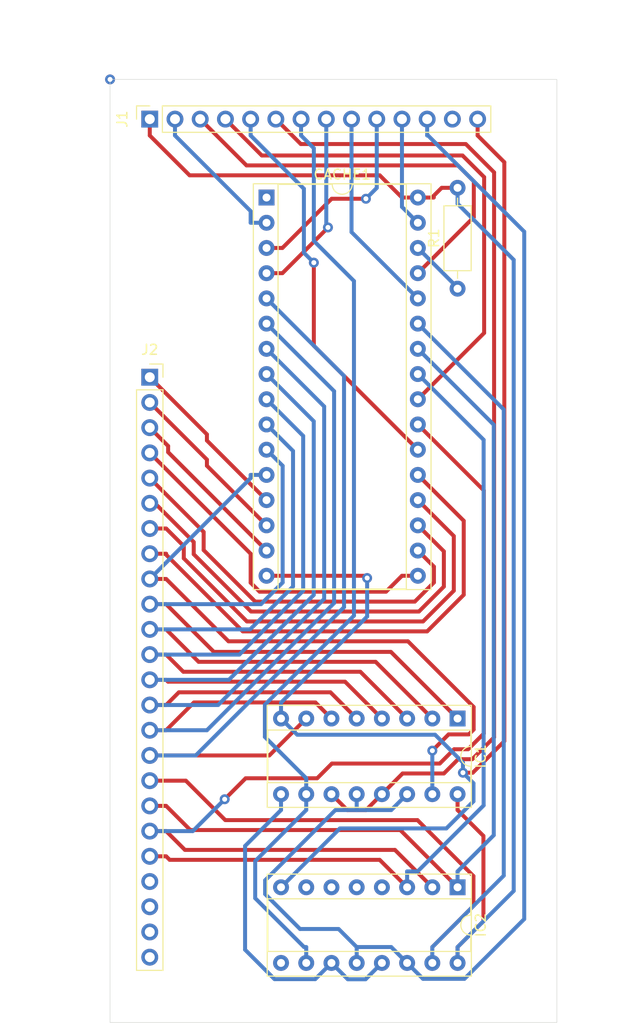
<source format=kicad_pcb>
(kicad_pcb (version 20221018) (generator pcbnew)
  (layers (0 "F.Cu" signal) (31 "B.Cu" signal) (34 "B.Paste" user) (35 "F.Paste" user) (36 "B.SilkS" user "B.Silkscreen") (37 "F.SilkS" user "F.Silkscreen") (38 "B.Mask" user) (39 "F.Mask" user) (44 "Edge.Cuts" user))
  (net 0 "")
  (net 2 "/IOCACHE-128K_ZXspectrum/CACHE_CONTROL.A16")
  (net 3 "/IOCACHE-128K_ZXspectrum/CACHE_SEL_2")
  (net 4 "/IOCACHE-128K_ZXspectrum/CACHE_SEL_0")
  (net 5 "/IOCACHE-128K_ZXspectrum/LOCAL_A7")
  (net 6 "/IOCACHE-128K_ZXspectrum/LOCAL_A6")
  (net 7 "/IOCACHE-128K_ZXspectrum/LOCAL_A5")
  (net 8 "/IOCACHE-128K_ZXspectrum/LOCAL_A4")
  (net 9 "/IOCACHE-128K_ZXspectrum/LOCAL_A3")
  (net 10 "/IOCACHE-128K_ZXspectrum/LOCAL_A2")
  (net 11 "/IOCACHE-128K_ZXspectrum/LOCAL_A1")
  (net 12 "/IOCACHE-128K_ZXspectrum/LOCAL_A0")
  (net 13 "/IOCACHE-128K_ZXspectrum/LOCAL_D0")
  (net 14 "/IOCACHE-128K_ZXspectrum/LOCAL_D1")
  (net 15 "/IOCACHE-128K_ZXspectrum/LOCAL_D2")
  (net 16 "GND")
  (net 17 "/IOCACHE-128K_ZXspectrum/LOCAL_D3")
  (net 18 "/IOCACHE-128K_ZXspectrum/LOCAL_D4")
  (net 19 "/IOCACHE-128K_ZXspectrum/LOCAL_D5")
  (net 20 "/IOCACHE-128K_ZXspectrum/LOCAL_D6")
  (net 21 "/IOCACHE-128K_ZXspectrum/LOCAL_D7")
  (net 22 "/IOCACHE-128K_ZXspectrum/CACHE_CONTROL.CS")
  (net 23 "/IOCACHE-128K_ZXspectrum/LOCAL_A10")
  (net 24 "/IOCACHE-128K_ZXspectrum/CACHE_CONTROL.OE")
  (net 25 "/IOCACHE-128K_ZXspectrum/LOCAL_A11")
  (net 26 "/IOCACHE-128K_ZXspectrum/LOCAL_A9")
  (net 27 "/IOCACHE-128K_ZXspectrum/LOCAL_A8")
  (net 28 "/IOCACHE-128K_ZXspectrum/CACHE_SEL_1")
  (net 29 "/IOCACHE-128K_ZXspectrum/CACHE_CONTROL.WE")
  (net 30 "/IOCACHE-128K_ZXspectrum/CACHE_CE2")
  (net 31 "/IOCACHE-128K_ZXspectrum/CACHE_SEL_3")
  (net 32 "+5V")
  (net 33 "Net-(IC1-~{RCO})")
  (net 34 "/IOCACHE-128K_ZXspectrum/Z80_HARDLOCK")
  (net 35 "/IOCACHE-128K_ZXspectrum/CACHE_CONTROL.DATASTATUS+PERM_Z80_IORQ")
  (net 36 "/IOCACHE-128K_ZXspectrum/CACHE_DATASTATUS")
  (net 43 "/IOCACHE-128K_ZXspectrum/LOCAL_A12")
  (net 44 "/IOCACHE-128K_ZXspectrum/LOCAL_A13")
  (net 45 "/IOCACHE-128K_ZXspectrum/LOCAL_A14")
  (net 46 "/IOCACHE-128K_ZXspectrum/LOCAL_A15")
  (footprint "Connector_PinSocket_2.54mm:PinSocket_1x14_P2.54mm_Vertical" (layer "F.Cu") (at 118 69 90)
    (fp_text reference "J1" (at 0 -2.77 90) (layer "F.SilkS"))
    (fp_text value "Conn_01x14_Socket")
    (fp_line (start -1.33 1.27) (end -1.33 34.35) (stroke (width 0.12)) (layer "F.SilkS"))
    (fp_line (start -1.33 1.27) (end 1.33 1.27) (stroke (width 0.12)) (layer "F.SilkS"))
    (fp_line (start -1.33 34.35) (end 1.33 34.35) (stroke (width 0.12)) (layer "F.SilkS"))
    (fp_line (start 0 -1.33) (end 1.33 -1.33) (stroke (width 0.12)) (layer "F.SilkS"))
    (fp_line (start 1.33 -1.33) (end 1.33 0) (stroke (width 0.12)) (layer "F.SilkS"))
    (fp_line (start 1.33 1.27) (end 1.33 34.35) (stroke (width 0.12)) (layer "F.SilkS"))
    (pad "1" thru_hole rect (at 0 0 90) (size 1.7 1.7) (drill 1) (layers "*.Cu" "*.Mask") (net 32 "+5V"))
    (pad "2" thru_hole oval (at 0 2.54 90) (size 1.7 1.7) (drill 1) (layers "*.Cu" "*.Mask") (net 2 "/IOCACHE-128K_ZXspectrum/CACHE_CONTROL.A16"))
    (pad "3" thru_hole oval (at 0 5.08 90) (size 1.7 1.7) (drill 1) (layers "*.Cu" "*.Mask") (net 29 "/IOCACHE-128K_ZXspectrum/CACHE_CONTROL.WE"))
    (pad "4" thru_hole oval (at 0 7.62 90) (size 1.7 1.7) (drill 1) (layers "*.Cu" "*.Mask") (net 24 "/IOCACHE-128K_ZXspectrum/CACHE_CONTROL.OE"))
    (pad "5" thru_hole oval (at 0 10.16 90) (size 1.7 1.7) (drill 1) (layers "*.Cu" "*.Mask") (net 22 "/IOCACHE-128K_ZXspectrum/CACHE_CONTROL.CS"))
    (pad "6" thru_hole oval (at 0 12.7 90) (size 1.7 1.7) (drill 1) (layers "*.Cu" "*.Mask") (net 35 "/IOCACHE-128K_ZXspectrum/CACHE_CONTROL.DATASTATUS+PERM_Z80_IORQ"))
    (pad "7" thru_hole oval (at 0 15.24 90) (size 1.7 1.7) (drill 1) (layers "*.Cu" "*.Mask") (net 34 "/IOCACHE-128K_ZXspectrum/Z80_HARDLOCK"))
    (pad "8" thru_hole oval (at 0 17.78 90) (size 1.7 1.7) (drill 1) (layers "*.Cu" "*.Mask") (net 4 "/IOCACHE-128K_ZXspectrum/CACHE_SEL_0"))
    (pad "9" thru_hole oval (at 0 20.32 90) (size 1.7 1.7) (drill 1) (layers "*.Cu" "*.Mask") (net 28 "/IOCACHE-128K_ZXspectrum/CACHE_SEL_1"))
    (pad "10" thru_hole oval (at 0 22.86 90) (size 1.7 1.7) (drill 1) (layers "*.Cu" "*.Mask") (net 3 "/IOCACHE-128K_ZXspectrum/CACHE_SEL_2"))
    (pad "11" thru_hole oval (at 0 25.4 90) (size 1.7 1.7) (drill 1) (layers "*.Cu" "*.Mask") (net 31 "/IOCACHE-128K_ZXspectrum/CACHE_SEL_3"))
    (pad "12" thru_hole oval (at 0 27.94 90) (size 1.7 1.7) (drill 1) (layers "*.Cu" "*.Mask") (net 36 "/IOCACHE-128K_ZXspectrum/CACHE_DATASTATUS"))
    (pad "13" thru_hole oval (at 0 30.48 90) (size 1.7 1.7) (drill 1) (layers "*.Cu" "*.Mask"))
    (pad "14" thru_hole oval (at 0 33.02 90) (size 1.7 1.7) (drill 1) (layers "*.Cu" "*.Mask") (net 16 "GND"))
  )
  (footprint "Package_DIP:DIP-16_W7.62mm_Socket" (layer "F.Cu") (at 149 129.38 -90)
    (fp_text reference "IC1" (at 3.81 -2.33 90) (layer "F.SilkS"))
    (fp_text value "74HC590N")
    (fp_line (start -1.33 -1.39) (end -1.33 19.17) (stroke (width 0.12)) (layer "F.SilkS"))
    (fp_line (start -1.33 19.17) (end 8.95 19.17) (stroke (width 0.12)) (layer "F.SilkS"))
    (fp_line (start 1.16 -1.33) (end 1.16 19.11) (stroke (width 0.12)) (layer "F.SilkS"))
    (fp_line (start 1.16 19.11) (end 6.46 19.11) (stroke (width 0.12)) (layer "F.SilkS"))
    (fp_line (start 2.81 -1.33) (end 1.16 -1.33) (stroke (width 0.12)) (layer "F.SilkS"))
    (fp_line (start 6.46 -1.33) (end 4.81 -1.33) (stroke (width 0.12)) (layer "F.SilkS"))
    (fp_line (start 6.46 19.11) (end 6.46 -1.33) (stroke (width 0.12)) (layer "F.SilkS"))
    (fp_line (start 8.95 -1.39) (end -1.33 -1.39) (stroke (width 0.12)) (layer "F.SilkS"))
    (fp_line (start 8.95 19.17) (end 8.95 -1.39) (stroke (width 0.12)) (layer "F.SilkS"))
    (fp_arc (start 4.81 -1.33) (mid 3.81 -0.33) (end 2.81 -1.33) (stroke (width 0.12)) (layer "F.SilkS"))
    (pad "1" thru_hole rect (at 0 0 270) (size 1.6 1.6) (drill 0.8) (layers "*.Cu" "*.Mask") (net 11 "/IOCACHE-128K_ZXspectrum/LOCAL_A1"))
    (pad "2" thru_hole oval (at 0 2.54 270) (size 1.6 1.6) (drill 0.8) (layers "*.Cu" "*.Mask") (net 10 "/IOCACHE-128K_ZXspectrum/LOCAL_A2"))
    (pad "3" thru_hole oval (at 0 5.08 270) (size 1.6 1.6) (drill 0.8) (layers "*.Cu" "*.Mask") (net 9 "/IOCACHE-128K_ZXspectrum/LOCAL_A3"))
    (pad "4" thru_hole oval (at 0 7.62 270) (size 1.6 1.6) (drill 0.8) (layers "*.Cu" "*.Mask") (net 8 "/IOCACHE-128K_ZXspectrum/LOCAL_A4"))
    (pad "5" thru_hole oval (at 0 10.16 270) (size 1.6 1.6) (drill 0.8) (layers "*.Cu" "*.Mask") (net 7 "/IOCACHE-128K_ZXspectrum/LOCAL_A5"))
    (pad "6" thru_hole oval (at 0 12.7 270) (size 1.6 1.6) (drill 0.8) (layers "*.Cu" "*.Mask") (net 6 "/IOCACHE-128K_ZXspectrum/LOCAL_A6"))
    (pad "7" thru_hole oval (at 0 15.24 270) (size 1.6 1.6) (drill 0.8) (layers "*.Cu" "*.Mask") (net 5 "/IOCACHE-128K_ZXspectrum/LOCAL_A7"))
    (pad "8" thru_hole oval (at 0 17.78 270) (size 1.6 1.6) (drill 0.8) (layers "*.Cu" "*.Mask") (net 16 "GND"))
    (pad "9" thru_hole oval (at 7.62 17.78 270) (size 1.6 1.6) (drill 0.8) (layers "*.Cu" "*.Mask") (net 33 "Net-(IC1-~{RCO})"))
    (pad "10" thru_hole oval (at 7.62 15.24 270) (size 1.6 1.6) (drill 0.8) (layers "*.Cu" "*.Mask") (net 34 "/IOCACHE-128K_ZXspectrum/Z80_HARDLOCK"))
    (pad "11" thru_hole oval (at 7.62 12.7 270) (size 1.6 1.6) (drill 0.8) (layers "*.Cu" "*.Mask") (net 35 "/IOCACHE-128K_ZXspectrum/CACHE_CONTROL.DATASTATUS+PERM_Z80_IORQ"))
    (pad "12" thru_hole oval (at 7.62 10.16 270) (size 1.6 1.6) (drill 0.8) (layers "*.Cu" "*.Mask") (net 36 "/IOCACHE-128K_ZXspectrum/CACHE_DATASTATUS"))
    (pad "13" thru_hole oval (at 7.62 7.62 270) (size 1.6 1.6) (drill 0.8) (layers "*.Cu" "*.Mask") (net 35 "/IOCACHE-128K_ZXspectrum/CACHE_CONTROL.DATASTATUS+PERM_Z80_IORQ"))
    (pad "14" thru_hole oval (at 7.62 5.08 270) (size 1.6 1.6) (drill 0.8) (layers "*.Cu" "*.Mask") (net 36 "/IOCACHE-128K_ZXspectrum/CACHE_DATASTATUS"))
    (pad "15" thru_hole oval (at 7.62 2.54 270) (size 1.6 1.6) (drill 0.8) (layers "*.Cu" "*.Mask") (net 12 "/IOCACHE-128K_ZXspectrum/LOCAL_A0"))
    (pad "16" thru_hole oval (at 7.62 0 270) (size 1.6 1.6) (drill 0.8) (layers "*.Cu" "*.Mask") (net 32 "+5V"))
  )
  (footprint "Package_DIP:DIP-16_W7.62mm_Socket" (layer "F.Cu") (at 149 146.38 -90)
    (fp_text reference "IC2" (at 3.81 -2.33 90) (layer "F.SilkS"))
    (fp_text value "74HC590N")
    (fp_line (start -1.33 -1.39) (end -1.33 19.17) (stroke (width 0.12)) (layer "F.SilkS"))
    (fp_line (start -1.33 19.17) (end 8.95 19.17) (stroke (width 0.12)) (layer "F.SilkS"))
    (fp_line (start 1.16 -1.33) (end 1.16 19.11) (stroke (width 0.12)) (layer "F.SilkS"))
    (fp_line (start 1.16 19.11) (end 6.46 19.11) (stroke (width 0.12)) (layer "F.SilkS"))
    (fp_line (start 2.81 -1.33) (end 1.16 -1.33) (stroke (width 0.12)) (layer "F.SilkS"))
    (fp_line (start 6.46 -1.33) (end 4.81 -1.33) (stroke (width 0.12)) (layer "F.SilkS"))
    (fp_line (start 6.46 19.11) (end 6.46 -1.33) (stroke (width 0.12)) (layer "F.SilkS"))
    (fp_line (start 8.95 -1.39) (end -1.33 -1.39) (stroke (width 0.12)) (layer "F.SilkS"))
    (fp_line (start 8.95 19.17) (end 8.95 -1.39) (stroke (width 0.12)) (layer "F.SilkS"))
    (fp_arc (start 4.81 -1.33) (mid 3.81 -0.33) (end 2.81 -1.33) (stroke (width 0.12)) (layer "F.SilkS"))
    (pad "1" thru_hole rect (at 0 0 270) (size 1.6 1.6) (drill 0.8) (layers "*.Cu" "*.Mask") (net 26 "/IOCACHE-128K_ZXspectrum/LOCAL_A9"))
    (pad "2" thru_hole oval (at 0 2.54 270) (size 1.6 1.6) (drill 0.8) (layers "*.Cu" "*.Mask") (net 23 "/IOCACHE-128K_ZXspectrum/LOCAL_A10"))
    (pad "3" thru_hole oval (at 0 5.08 270) (size 1.6 1.6) (drill 0.8) (layers "*.Cu" "*.Mask") (net 25 "/IOCACHE-128K_ZXspectrum/LOCAL_A11"))
    (pad "4" thru_hole oval (at 0 7.62 270) (size 1.6 1.6) (drill 0.8) (layers "*.Cu" "*.Mask"))
    (pad "5" thru_hole oval (at 0 10.16 270) (size 1.6 1.6) (drill 0.8) (layers "*.Cu" "*.Mask"))
    (pad "6" thru_hole oval (at 0 12.7 270) (size 1.6 1.6) (drill 0.8) (layers "*.Cu" "*.Mask"))
    (pad "7" thru_hole oval (at 0 15.24 270) (size 1.6 1.6) (drill 0.8) (layers "*.Cu" "*.Mask"))
    (pad "8" thru_hole oval (at 0 17.78 270) (size 1.6 1.6) (drill 0.8) (layers "*.Cu" "*.Mask") (net 16 "GND"))
    (pad "9" thru_hole oval (at 7.62 17.78 270) (size 1.6 1.6) (drill 0.8) (layers "*.Cu" "*.Mask"))
    (pad "10" thru_hole oval (at 7.62 15.24 270) (size 1.6 1.6) (drill 0.8) (layers "*.Cu" "*.Mask") (net 34 "/IOCACHE-128K_ZXspectrum/Z80_HARDLOCK"))
    (pad "11" thru_hole oval (at 7.62 12.7 270) (size 1.6 1.6) (drill 0.8) (layers "*.Cu" "*.Mask") (net 33 "Net-(IC1-~{RCO})"))
    (pad "12" thru_hole oval (at 7.62 10.16 270) (size 1.6 1.6) (drill 0.8) (layers "*.Cu" "*.Mask") (net 36 "/IOCACHE-128K_ZXspectrum/CACHE_DATASTATUS"))
    (pad "13" thru_hole oval (at 7.62 7.62 270) (size 1.6 1.6) (drill 0.8) (layers "*.Cu" "*.Mask") (net 33 "Net-(IC1-~{RCO})"))
    (pad "14" thru_hole oval (at 7.62 5.08 270) (size 1.6 1.6) (drill 0.8) (layers "*.Cu" "*.Mask") (net 36 "/IOCACHE-128K_ZXspectrum/CACHE_DATASTATUS"))
    (pad "15" thru_hole oval (at 7.62 2.54 270) (size 1.6 1.6) (drill 0.8) (layers "*.Cu" "*.Mask") (net 27 "/IOCACHE-128K_ZXspectrum/LOCAL_A8"))
    (pad "16" thru_hole oval (at 7.62 0 270) (size 1.6 1.6) (drill 0.8) (layers "*.Cu" "*.Mask") (net 32 "+5V"))
  )
  (footprint "Package_DIP:DIP-32_W15.24mm_Socket" (layer "F.Cu") (at 129.76 76.9)
    (fp_text reference "CACHE1" (at 7.62 -2.33) (layer "F.SilkS"))
    (fp_text value "AS6C1008-55PCN")
    (fp_line (start -1.33 -1.39) (end -1.33 39.49) (stroke (width 0.12)) (layer "F.SilkS"))
    (fp_line (start -1.33 39.49) (end 16.57 39.49) (stroke (width 0.12)) (layer "F.SilkS"))
    (fp_line (start 1.16 -1.33) (end 1.16 39.43) (stroke (width 0.12)) (layer "F.SilkS"))
    (fp_line (start 1.16 39.43) (end 14.08 39.43) (stroke (width 0.12)) (layer "F.SilkS"))
    (fp_line (start 6.62 -1.33) (end 1.16 -1.33) (stroke (width 0.12)) (layer "F.SilkS"))
    (fp_line (start 14.08 -1.33) (end 8.62 -1.33) (stroke (width 0.12)) (layer "F.SilkS"))
    (fp_line (start 14.08 39.43) (end 14.08 -1.33) (stroke (width 0.12)) (layer "F.SilkS"))
    (fp_line (start 16.57 -1.39) (end -1.33 -1.39) (stroke (width 0.12)) (layer "F.SilkS"))
    (fp_line (start 16.57 39.49) (end 16.57 -1.39) (stroke (width 0.12)) (layer "F.SilkS"))
    (fp_arc (start 8.62 -1.33) (mid 7.62 -0.33) (end 6.62 -1.33) (stroke (width 0.12)) (layer "F.SilkS"))
    (pad "1" thru_hole rect (at 0 0) (size 1.6 1.6) (drill 0.8) (layers "*.Cu" "*.Mask"))
    (pad "2" thru_hole oval (at 0 2.54) (size 1.6 1.6) (drill 0.8) (layers "*.Cu" "*.Mask") (net 2 "/IOCACHE-128K_ZXspectrum/CACHE_CONTROL.A16"))
    (pad "3" thru_hole oval (at 0 5.08) (size 1.6 1.6) (drill 0.8) (layers "*.Cu" "*.Mask") (net 3 "/IOCACHE-128K_ZXspectrum/CACHE_SEL_2"))
    (pad "4" thru_hole oval (at 0 7.62) (size 1.6 1.6) (drill 0.8) (layers "*.Cu" "*.Mask") (net 4 "/IOCACHE-128K_ZXspectrum/CACHE_SEL_0"))
    (pad "5" thru_hole oval (at 0 10.16) (size 1.6 1.6) (drill 0.8) (layers "*.Cu" "*.Mask") (net 5 "/IOCACHE-128K_ZXspectrum/LOCAL_A7"))
    (pad "6" thru_hole oval (at 0 12.7) (size 1.6 1.6) (drill 0.8) (layers "*.Cu" "*.Mask") (net 6 "/IOCACHE-128K_ZXspectrum/LOCAL_A6"))
    (pad "7" thru_hole oval (at 0 15.24) (size 1.6 1.6) (drill 0.8) (layers "*.Cu" "*.Mask") (net 7 "/IOCACHE-128K_ZXspectrum/LOCAL_A5"))
    (pad "8" thru_hole oval (at 0 17.78) (size 1.6 1.6) (drill 0.8) (layers "*.Cu" "*.Mask") (net 8 "/IOCACHE-128K_ZXspectrum/LOCAL_A4"))
    (pad "9" thru_hole oval (at 0 20.32) (size 1.6 1.6) (drill 0.8) (layers "*.Cu" "*.Mask") (net 9 "/IOCACHE-128K_ZXspectrum/LOCAL_A3"))
    (pad "10" thru_hole oval (at 0 22.86) (size 1.6 1.6) (drill 0.8) (layers "*.Cu" "*.Mask") (net 10 "/IOCACHE-128K_ZXspectrum/LOCAL_A2"))
    (pad "11" thru_hole oval (at 0 25.4) (size 1.6 1.6) (drill 0.8) (layers "*.Cu" "*.Mask") (net 11 "/IOCACHE-128K_ZXspectrum/LOCAL_A1"))
    (pad "12" thru_hole oval (at 0 27.94) (size 1.6 1.6) (drill 0.8) (layers "*.Cu" "*.Mask") (net 12 "/IOCACHE-128K_ZXspectrum/LOCAL_A0"))
    (pad "13" thru_hole oval (at 0 30.48) (size 1.6 1.6) (drill 0.8) (layers "*.Cu" "*.Mask") (net 13 "/IOCACHE-128K_ZXspectrum/LOCAL_D0"))
    (pad "14" thru_hole oval (at 0 33.02) (size 1.6 1.6) (drill 0.8) (layers "*.Cu" "*.Mask") (net 14 "/IOCACHE-128K_ZXspectrum/LOCAL_D1"))
    (pad "15" thru_hole oval (at 0 35.56) (size 1.6 1.6) (drill 0.8) (layers "*.Cu" "*.Mask") (net 15 "/IOCACHE-128K_ZXspectrum/LOCAL_D2"))
    (pad "16" thru_hole oval (at 0 38.1) (size 1.6 1.6) (drill 0.8) (layers "*.Cu" "*.Mask") (net 16 "GND"))
    (pad "17" thru_hole oval (at 15.24 38.1) (size 1.6 1.6) (drill 0.8) (layers "*.Cu" "*.Mask") (net 17 "/IOCACHE-128K_ZXspectrum/LOCAL_D3"))
    (pad "18" thru_hole oval (at 15.24 35.56) (size 1.6 1.6) (drill 0.8) (layers "*.Cu" "*.Mask") (net 18 "/IOCACHE-128K_ZXspectrum/LOCAL_D4"))
    (pad "19" thru_hole oval (at 15.24 33.02) (size 1.6 1.6) (drill 0.8) (layers "*.Cu" "*.Mask") (net 19 "/IOCACHE-128K_ZXspectrum/LOCAL_D5"))
    (pad "20" thru_hole oval (at 15.24 30.48) (size 1.6 1.6) (drill 0.8) (layers "*.Cu" "*.Mask") (net 20 "/IOCACHE-128K_ZXspectrum/LOCAL_D6"))
    (pad "21" thru_hole oval (at 15.24 27.94) (size 1.6 1.6) (drill 0.8) (layers "*.Cu" "*.Mask") (net 21 "/IOCACHE-128K_ZXspectrum/LOCAL_D7"))
    (pad "22" thru_hole oval (at 15.24 25.4) (size 1.6 1.6) (drill 0.8) (layers "*.Cu" "*.Mask") (net 22 "/IOCACHE-128K_ZXspectrum/CACHE_CONTROL.CS"))
    (pad "23" thru_hole oval (at 15.24 22.86) (size 1.6 1.6) (drill 0.8) (layers "*.Cu" "*.Mask") (net 23 "/IOCACHE-128K_ZXspectrum/LOCAL_A10"))
    (pad "24" thru_hole oval (at 15.24 20.32) (size 1.6 1.6) (drill 0.8) (layers "*.Cu" "*.Mask") (net 24 "/IOCACHE-128K_ZXspectrum/CACHE_CONTROL.OE"))
    (pad "25" thru_hole oval (at 15.24 17.78) (size 1.6 1.6) (drill 0.8) (layers "*.Cu" "*.Mask") (net 25 "/IOCACHE-128K_ZXspectrum/LOCAL_A11"))
    (pad "26" thru_hole oval (at 15.24 15.24) (size 1.6 1.6) (drill 0.8) (layers "*.Cu" "*.Mask") (net 26 "/IOCACHE-128K_ZXspectrum/LOCAL_A9"))
    (pad "27" thru_hole oval (at 15.24 12.7) (size 1.6 1.6) (drill 0.8) (layers "*.Cu" "*.Mask") (net 27 "/IOCACHE-128K_ZXspectrum/LOCAL_A8"))
    (pad "28" thru_hole oval (at 15.24 10.16) (size 1.6 1.6) (drill 0.8) (layers "*.Cu" "*.Mask") (net 28 "/IOCACHE-128K_ZXspectrum/CACHE_SEL_1"))
    (pad "29" thru_hole oval (at 15.24 7.62) (size 1.6 1.6) (drill 0.8) (layers "*.Cu" "*.Mask") (net 29 "/IOCACHE-128K_ZXspectrum/CACHE_CONTROL.WE"))
    (pad "30" thru_hole oval (at 15.24 5.08) (size 1.6 1.6) (drill 0.8) (layers "*.Cu" "*.Mask") (net 30 "/IOCACHE-128K_ZXspectrum/CACHE_CE2"))
    (pad "31" thru_hole oval (at 15.24 2.54) (size 1.6 1.6) (drill 0.8) (layers "*.Cu" "*.Mask") (net 31 "/IOCACHE-128K_ZXspectrum/CACHE_SEL_3"))
    (pad "32" thru_hole oval (at 15.24 0) (size 1.6 1.6) (drill 0.8) (layers "*.Cu" "*.Mask") (net 32 "+5V"))
  )
  (footprint "Resistor_THT:R_Axial_DIN0207_L6.3mm_D2.5mm_P10.16mm_Horizontal" (layer "F.Cu") (at 149 86.08 90)
    (fp_text reference "R1" (at 5.08 -2.37 90) (layer "F.SilkS"))
    (fp_text value "10K")
    (fp_line (start 1.04 0) (end 1.81 0) (stroke (width 0.12)) (layer "F.SilkS"))
    (fp_line (start 1.81 -1.37) (end 1.81 1.37) (stroke (width 0.12)) (layer "F.SilkS"))
    (fp_line (start 1.81 1.37) (end 8.35 1.37) (stroke (width 0.12)) (layer "F.SilkS"))
    (fp_line (start 8.35 -1.37) (end 1.81 -1.37) (stroke (width 0.12)) (layer "F.SilkS"))
    (fp_line (start 8.35 1.37) (end 8.35 -1.37) (stroke (width 0.12)) (layer "F.SilkS"))
    (fp_line (start 9.12 0) (end 8.35 0) (stroke (width 0.12)) (layer "F.SilkS"))
    (pad "1" thru_hole circle (at 0 0 90) (size 1.6 1.6) (drill 0.8) (layers "*.Cu" "*.Mask") (net 30 "/IOCACHE-128K_ZXspectrum/CACHE_CE2"))
    (pad "2" thru_hole oval (at 10.16 0 90) (size 1.6 1.6) (drill 0.8) (layers "*.Cu" "*.Mask") (net 32 "+5V"))
  )
  (footprint "Connector_PinSocket_2.54mm:PinSocket_1x24_P2.54mm_Vertical" (layer "F.Cu") (at 118 95)
    (fp_text reference "J2" (at 0 -2.77) (layer "F.SilkS"))
    (fp_text value "Conn_01x24_Socket")
    (fp_line (start -1.33 1.27) (end -1.33 59.75) (stroke (width 0.12)) (layer "F.SilkS"))
    (fp_line (start -1.33 1.27) (end 1.33 1.27) (stroke (width 0.12)) (layer "F.SilkS"))
    (fp_line (start -1.33 59.75) (end 1.33 59.75) (stroke (width 0.12)) (layer "F.SilkS"))
    (fp_line (start 0 -1.33) (end 1.33 -1.33) (stroke (width 0.12)) (layer "F.SilkS"))
    (fp_line (start 1.33 -1.33) (end 1.33 0) (stroke (width 0.12)) (layer "F.SilkS"))
    (fp_line (start 1.33 1.27) (end 1.33 59.75) (stroke (width 0.12)) (layer "F.SilkS"))
    (pad "1" thru_hole rect (at 0 0) (size 1.7 1.7) (drill 1) (layers "*.Cu" "*.Mask") (net 13 "/IOCACHE-128K_ZXspectrum/LOCAL_D0"))
    (pad "2" thru_hole oval (at 0 2.54) (size 1.7 1.7) (drill 1) (layers "*.Cu" "*.Mask") (net 14 "/IOCACHE-128K_ZXspectrum/LOCAL_D1"))
    (pad "3" thru_hole oval (at 0 5.08) (size 1.7 1.7) (drill 1) (layers "*.Cu" "*.Mask") (net 15 "/IOCACHE-128K_ZXspectrum/LOCAL_D2"))
    (pad "4" thru_hole oval (at 0 7.62) (size 1.7 1.7) (drill 1) (layers "*.Cu" "*.Mask") (net 17 "/IOCACHE-128K_ZXspectrum/LOCAL_D3"))
    (pad "5" thru_hole oval (at 0 10.16) (size 1.7 1.7) (drill 1) (layers "*.Cu" "*.Mask") (net 18 "/IOCACHE-128K_ZXspectrum/LOCAL_D4"))
    (pad "6" thru_hole oval (at 0 12.7) (size 1.7 1.7) (drill 1) (layers "*.Cu" "*.Mask") (net 19 "/IOCACHE-128K_ZXspectrum/LOCAL_D5"))
    (pad "7" thru_hole oval (at 0 15.24) (size 1.7 1.7) (drill 1) (layers "*.Cu" "*.Mask") (net 20 "/IOCACHE-128K_ZXspectrum/LOCAL_D6"))
    (pad "8" thru_hole oval (at 0 17.78) (size 1.7 1.7) (drill 1) (layers "*.Cu" "*.Mask") (net 21 "/IOCACHE-128K_ZXspectrum/LOCAL_D7"))
    (pad "9" thru_hole oval (at 0 20.32) (size 1.7 1.7) (drill 1) (layers "*.Cu" "*.Mask") (net 12 "/IOCACHE-128K_ZXspectrum/LOCAL_A0"))
    (pad "10" thru_hole oval (at 0 22.86) (size 1.7 1.7) (drill 1) (layers "*.Cu" "*.Mask") (net 11 "/IOCACHE-128K_ZXspectrum/LOCAL_A1"))
    (pad "11" thru_hole oval (at 0 25.4) (size 1.7 1.7) (drill 1) (layers "*.Cu" "*.Mask") (net 10 "/IOCACHE-128K_ZXspectrum/LOCAL_A2"))
    (pad "12" thru_hole oval (at 0 27.94) (size 1.7 1.7) (drill 1) (layers "*.Cu" "*.Mask") (net 9 "/IOCACHE-128K_ZXspectrum/LOCAL_A3"))
    (pad "13" thru_hole oval (at 0 30.48) (size 1.7 1.7) (drill 1) (layers "*.Cu" "*.Mask") (net 8 "/IOCACHE-128K_ZXspectrum/LOCAL_A4"))
    (pad "14" thru_hole oval (at 0 33.02) (size 1.7 1.7) (drill 1) (layers "*.Cu" "*.Mask") (net 7 "/IOCACHE-128K_ZXspectrum/LOCAL_A5"))
    (pad "15" thru_hole oval (at 0 35.56) (size 1.7 1.7) (drill 1) (layers "*.Cu" "*.Mask") (net 6 "/IOCACHE-128K_ZXspectrum/LOCAL_A6"))
    (pad "16" thru_hole oval (at 0 38.1) (size 1.7 1.7) (drill 1) (layers "*.Cu" "*.Mask") (net 5 "/IOCACHE-128K_ZXspectrum/LOCAL_A7"))
    (pad "17" thru_hole oval (at 0 40.64) (size 1.7 1.7) (drill 1) (layers "*.Cu" "*.Mask") (net 27 "/IOCACHE-128K_ZXspectrum/LOCAL_A8"))
    (pad "18" thru_hole oval (at 0 43.18) (size 1.7 1.7) (drill 1) (layers "*.Cu" "*.Mask") (net 26 "/IOCACHE-128K_ZXspectrum/LOCAL_A9"))
    (pad "19" thru_hole oval (at 0 45.72) (size 1.7 1.7) (drill 1) (layers "*.Cu" "*.Mask") (net 23 "/IOCACHE-128K_ZXspectrum/LOCAL_A10"))
    (pad "20" thru_hole oval (at 0 48.26) (size 1.7 1.7) (drill 1) (layers "*.Cu" "*.Mask") (net 25 "/IOCACHE-128K_ZXspectrum/LOCAL_A11"))
    (pad "21" thru_hole oval (at 0 50.8) (size 1.7 1.7) (drill 1) (layers "*.Cu" "*.Mask") (net 43 "/IOCACHE-128K_ZXspectrum/LOCAL_A12"))
    (pad "22" thru_hole oval (at 0 53.34) (size 1.7 1.7) (drill 1) (layers "*.Cu" "*.Mask") (net 44 "/IOCACHE-128K_ZXspectrum/LOCAL_A13"))
    (pad "23" thru_hole oval (at 0 55.88) (size 1.7 1.7) (drill 1) (layers "*.Cu" "*.Mask") (net 45 "/IOCACHE-128K_ZXspectrum/LOCAL_A14"))
    (pad "24" thru_hole oval (at 0 58.42) (size 1.7 1.7) (drill 1) (layers "*.Cu" "*.Mask") (net 46 "/IOCACHE-128K_ZXspectrum/LOCAL_A15"))
  )
  (gr_rect (start 114 65) (end 159 160) (stroke (width 0.05)) (fill none) (layer "Edge.Cuts"))
  (via (at 114 65) (size 1) (drill 0.5) (layers "F.Cu" "B.Cu") (net 0))
  (segment (start 128.1599 79.44) (end 128.1599 78.27) (width 0.4) (layer "B.Cu") (net 2))
  (segment (start 128.1599 78.27) (end 120.54 70.6501) (width 0.4) (layer "B.Cu") (net 2))
  (segment (start 129.76 79.44) (end 128.1599 79.44) (width 0.4) (layer "B.Cu") (net 2))
  (segment (start 120.54 69) (end 120.54 70.6501) (width 0.4) (layer "B.Cu") (net 2))
  (segment (start 136.3181 77.022) (end 139.77 77.022) (width 0.4) (layer "F.Cu") (net 3))
  (segment (start 129.76 81.98) (end 131.3601 81.98) (width 0.4) (layer "F.Cu") (net 3))
  (segment (start 131.3601 81.98) (end 136.3181 77.022) (width 0.4) (layer "F.Cu") (net 3))
  (via (at 139.77 77.022) (size 1) (drill 0.5) (layers "F.Cu" "B.Cu") (net 3))
  (segment (start 139.77 77.022) (end 140.86 75.932) (width 0.4) (layer "B.Cu") (net 3))
  (segment (start 140.86 75.932) (end 140.86 69) (width 0.4) (layer "B.Cu") (net 3))
  (segment (start 129.76 84.52) (end 131.3601 84.52) (width 0.4) (layer "F.Cu") (net 4))
  (segment (start 135.9472 79.9329) (end 135.9472 79.9117) (width 0.4) (layer "F.Cu") (net 4))
  (segment (start 131.3601 84.52) (end 135.9472 79.9329) (width 0.4) (layer "F.Cu") (net 4))
  (via (at 135.9472 79.9117) (size 1) (drill 0.5) (layers "F.Cu" "B.Cu") (net 4))
  (segment (start 135.78 79.7445) (end 135.9472 79.9117) (width 0.4) (layer "B.Cu") (net 4))
  (segment (start 135.78 69) (end 135.78 79.7445) (width 0.4) (layer "B.Cu") (net 4))
  (segment (start 133.76 129.38) (end 130.04 133.1) (width 0.4) (layer "F.Cu") (net 5))
  (segment (start 118 133.1) (end 119.6501 133.1) (width 0.4) (layer "F.Cu") (net 5))
  (segment (start 130.04 133.1) (end 119.6501 133.1) (width 0.4) (layer "F.Cu") (net 5))
  (segment (start 137.5655 94.8655) (end 137.5655 118.1655) (width 0.4) (layer "B.Cu") (net 5))
  (segment (start 129.76 87.06) (end 137.5655 94.8655) (width 0.4) (layer "B.Cu") (net 5))
  (segment (start 137.5655 118.1655) (end 122.631 133.1) (width 0.4) (layer "B.Cu") (net 5))
  (segment (start 122.631 133.1) (end 118 133.1) (width 0.4) (layer "B.Cu") (net 5))
  (segment (start 119.6501 130.56) (end 122.4497 127.7604) (width 0.4) (layer "F.Cu") (net 6))
  (segment (start 122.4497 127.7604) (end 134.6804 127.7604) (width 0.4) (layer "F.Cu") (net 6))
  (segment (start 118 130.56) (end 119.6501 130.56) (width 0.4) (layer "F.Cu") (net 6))
  (segment (start 134.6804 127.7604) (end 136.3 129.38) (width 0.4) (layer "F.Cu") (net 6))
  (segment (start 136.5654 96.4054) (end 136.5654 117.7513) (width 0.4) (layer "B.Cu") (net 6))
  (segment (start 123.7567 130.56) (end 118 130.56) (width 0.4) (layer "B.Cu") (net 6))
  (segment (start 129.76 89.6) (end 136.5654 96.4054) (width 0.4) (layer "B.Cu") (net 6))
  (segment (start 136.5654 117.7513) (end 123.7567 130.56) (width 0.4) (layer "B.Cu") (net 6))
  (segment (start 138.84 129.38) (end 136.2008 126.7408) (width 0.4) (layer "F.Cu") (net 7))
  (segment (start 136.2008 126.7408) (end 120.9293 126.7408) (width 0.4) (layer "F.Cu") (net 7))
  (segment (start 120.9293 126.7408) (end 119.6501 128.02) (width 0.4) (layer "F.Cu") (net 7))
  (segment (start 118 128.02) (end 119.6501 128.02) (width 0.4) (layer "F.Cu") (net 7))
  (segment (start 135.5653 117.3371) (end 124.8824 128.02) (width 0.4) (layer "B.Cu") (net 7))
  (segment (start 124.8824 128.02) (end 118 128.02) (width 0.4) (layer "B.Cu") (net 7))
  (segment (start 129.76 92.14) (end 135.5653 97.9453) (width 0.4) (layer "B.Cu") (net 7))
  (segment (start 135.5653 97.9453) (end 135.5653 117.3371) (width 0.4) (layer "B.Cu") (net 7))
  (segment (start 119.8376 125.6675) (end 137.6675 125.6675) (width 0.4) (layer "F.Cu") (net 8))
  (segment (start 137.6675 125.6675) (end 141.38 129.38) (width 0.4) (layer "F.Cu") (net 8))
  (segment (start 119.6501 125.48) (end 119.8376 125.6675) (width 0.4) (layer "F.Cu") (net 8))
  (segment (start 118 125.48) (end 119.6501 125.48) (width 0.4) (layer "F.Cu") (net 8))
  (segment (start 125.9692 125.48) (end 119.6501 125.48) (width 0.4) (layer "B.Cu") (net 8))
  (segment (start 134.5139 116.9353) (end 125.9692 125.48) (width 0.4) (layer "B.Cu") (net 8))
  (segment (start 118 125.48) (end 119.6501 125.48) (width 0.4) (layer "B.Cu") (net 8))
  (segment (start 129.76 94.68) (end 134.5139 99.4339) (width 0.4) (layer "B.Cu") (net 8))
  (segment (start 134.5139 99.4339) (end 134.5139 116.9353) (width 0.4) (layer "B.Cu") (net 8))
  (segment (start 121.3775 124.6674) (end 139.2074 124.6674) (width 0.4) (layer "F.Cu") (net 9))
  (segment (start 118 122.94) (end 119.6501 122.94) (width 0.4) (layer "F.Cu") (net 9))
  (segment (start 139.2074 124.6674) (end 143.92 129.38) (width 0.4) (layer "F.Cu") (net 9))
  (segment (start 119.6501 122.94) (end 121.3775 124.6674) (width 0.4) (layer "F.Cu") (net 9))
  (segment (start 129.76 97.22) (end 133.4529 100.9129) (width 0.4) (layer "B.Cu") (net 9))
  (segment (start 133.4529 116.5076) (end 127.0205 122.94) (width 0.4) (layer "B.Cu") (net 9))
  (segment (start 133.4529 100.9129) (end 133.4529 116.5076) (width 0.4) (layer "B.Cu") (net 9))
  (segment (start 127.0205 122.94) (end 119.6501 122.94) (width 0.4) (layer "B.Cu") (net 9))
  (segment (start 118 122.94) (end 119.6501 122.94) (width 0.4) (layer "B.Cu") (net 9))
  (segment (start 119.6501 120.4) (end 122.9174 123.6673) (width 0.4) (layer "F.Cu") (net 10))
  (segment (start 122.9174 123.6673) (end 140.7473 123.6673) (width 0.4) (layer "F.Cu") (net 10))
  (segment (start 140.7473 123.6673) (end 146.46 129.38) (width 0.4) (layer "F.Cu") (net 10))
  (segment (start 118 120.4) (end 119.6501 120.4) (width 0.4) (layer "F.Cu") (net 10))
  (segment (start 118 120.4) (end 119.6501 120.4) (width 0.4) (layer "B.Cu") (net 10))
  (segment (start 132.4288 102.4288) (end 132.4288 116.0801) (width 0.4) (layer "B.Cu") (net 10))
  (segment (start 132.4288 116.0801) (end 128.1089 120.4) (width 0.4) (layer "B.Cu") (net 10))
  (segment (start 128.1089 120.4) (end 119.6501 120.4) (width 0.4) (layer "B.Cu") (net 10))
  (segment (start 129.76 99.76) (end 132.4288 102.4288) (width 0.4) (layer "B.Cu") (net 10))
  (segment (start 124.4573 122.6672) (end 142.2872 122.6672) (width 0.4) (layer "F.Cu") (net 11))
  (segment (start 118 117.86) (end 119.6501 117.86) (width 0.4) (layer "F.Cu") (net 11))
  (segment (start 119.6501 117.86) (end 124.4573 122.6672) (width 0.4) (layer "F.Cu") (net 11))
  (segment (start 142.2872 122.6672) (end 149 129.38) (width 0.4) (layer "F.Cu") (net 11))
  (segment (start 131.3837 103.9237) (end 131.3837 115.6806) (width 0.4) (layer "B.Cu") (net 11))
  (segment (start 129.76 102.3) (end 131.3837 103.9237) (width 0.4) (layer "B.Cu") (net 11))
  (segment (start 129.2043 117.86) (end 118 117.86) (width 0.4) (layer "B.Cu") (net 11))
  (segment (start 131.3837 115.6806) (end 129.2043 117.86) (width 0.4) (layer "B.Cu") (net 11))
  (segment (start 144.0049 121.603) (end 150.6207 128.2188) (width 0.4) (layer "F.Cu") (net 12))
  (segment (start 118 115.32) (end 119.6501 115.32) (width 0.4) (layer "F.Cu") (net 12))
  (segment (start 150.6207 128.2188) (end 150.6207 130.4908) (width 0.4) (layer "F.Cu") (net 12))
  (segment (start 119.6501 115.32) (end 125.9331 121.603) (width 0.4) (layer "F.Cu") (net 12))
  (segment (start 148.0952 130.9802) (end 146.46 132.6154) (width 0.4) (layer "F.Cu") (net 12))
  (segment (start 125.9331 121.603) (end 144.0049 121.603) (width 0.4) (layer "F.Cu") (net 12))
  (segment (start 150.6207 130.4908) (end 150.1313 130.9802) (width 0.4) (layer "F.Cu") (net 12))
  (segment (start 150.1313 130.9802) (end 148.0952 130.9802) (width 0.4) (layer "F.Cu") (net 12))
  (via (at 146.46 132.6154) (size 1) (drill 0.5) (layers "F.Cu" "B.Cu") (net 12))
  (segment (start 128.1599 104.84) (end 128.1599 105.1601) (width 0.4) (layer "B.Cu") (net 12))
  (segment (start 128.1599 105.1601) (end 118 115.32) (width 0.4) (layer "B.Cu") (net 12))
  (segment (start 146.46 137) (end 146.46 132.6154) (width 0.4) (layer "B.Cu") (net 12))
  (segment (start 129.76 104.84) (end 128.1599 104.84) (width 0.4) (layer "B.Cu") (net 12))
  (segment (start 123.7554 100.7554) (end 118 95) (width 0.4) (layer "F.Cu") (net 13))
  (segment (start 129.76 107.38) (end 123.7554 101.3754) (width 0.4) (layer "F.Cu") (net 13))
  (segment (start 123.7554 101.3754) (end 123.7554 100.7554) (width 0.4) (layer "F.Cu") (net 13))
  (segment (start 129.76 109.92) (end 123.7554 103.9154) (width 0.4) (layer "F.Cu") (net 14))
  (segment (start 123.7554 103.2954) (end 118 97.54) (width 0.4) (layer "F.Cu") (net 14))
  (segment (start 123.7554 103.9154) (end 123.7554 103.2954) (width 0.4) (layer "F.Cu") (net 14))
  (segment (start 129.76 112.46) (end 119.8497 102.5497) (width 0.4) (layer "F.Cu") (net 15))
  (segment (start 119.8497 101.9297) (end 118 100.08) (width 0.4) (layer "F.Cu") (net 15))
  (segment (start 119.8497 102.5497) (end 119.8497 101.9297) (width 0.4) (layer "F.Cu") (net 15))
  (segment (start 151.02 70.6501) (end 153.7113 73.3414) (width 0.4) (layer "F.Cu") (net 16))
  (segment (start 153.7113 73.3414) (end 153.7113 131.6599) (width 0.4) (layer "F.Cu") (net 16))
  (segment (start 150.5351 134.8361) (end 149.5427 134.8361) (width 0.4) (layer "F.Cu") (net 16))
  (segment (start 153.7113 131.6599) (end 150.5351 134.8361) (width 0.4) (layer "F.Cu") (net 16))
  (segment (start 129.76 115) (end 139.6653 115) (width 0.4) (layer "F.Cu") (net 16))
  (segment (start 151.02 69) (end 151.02 70.6501) (width 0.4) (layer "F.Cu") (net 16))
  (segment (start 139.6653 115) (end 139.8929 115.2276) (width 0.4) (layer "F.Cu") (net 16))
  (via (at 139.8929 115.2276) (size 1) (drill 0.5) (layers "F.Cu" "B.Cu") (net 16))
  (via (at 149.5427 134.8361) (size 1) (drill 0.5) (layers "F.Cu" "B.Cu") (net 16))
  (segment (start 139.8929 119.107) (end 131.22 127.7799) (width 0.4) (layer "B.Cu") (net 16))
  (segment (start 149.5427 133.8149) (end 146.7393 131.0115) (width 0.4) (layer "B.Cu") (net 16))
  (segment (start 150.6047 135.8981) (end 149.5427 134.8361) (width 0.4) (layer "B.Cu") (net 16))
  (segment (start 146.7393 131.0115) (end 132.8515 131.0115) (width 0.4) (layer "B.Cu") (net 16))
  (segment (start 132.8515 131.0115) (end 131.22 129.38) (width 0.4) (layer "B.Cu") (net 16))
  (segment (start 149.5427 134.8361) (end 149.5427 133.8149) (width 0.4) (layer "B.Cu") (net 16))
  (segment (start 131.22 129.38) (end 131.22 127.7799) (width 0.4) (layer "B.Cu") (net 16))
  (segment (start 150.6047 137.7173) (end 150.6047 135.8981) (width 0.4) (layer "B.Cu") (net 16))
  (segment (start 139.8929 115.2276) (end 139.8929 119.107) (width 0.4) (layer "B.Cu") (net 16))
  (segment (start 131.22 146.38) (end 137.15 140.45) (width 0.4) (layer "B.Cu") (net 16))
  (segment (start 137.15 140.45) (end 147.872 140.45) (width 0.4) (layer "B.Cu") (net 16))
  (segment (start 147.872 140.45) (end 150.6047 137.7173) (width 0.4) (layer "B.Cu") (net 16))
  (segment (start 128.1598 115.6973) (end 128.1598 112.7798) (width 0.4) (layer "F.Cu") (net 17))
  (segment (start 145 115) (end 143.3999 115) (width 0.4) (layer "F.Cu") (net 17))
  (segment (start 128.1598 112.7798) (end 118 102.62) (width 0.4) (layer "F.Cu") (net 17))
  (segment (start 143.3999 115) (end 141.7987 116.6012) (width 0.4) (layer "F.Cu") (net 17))
  (segment (start 141.7987 116.6012) (end 129.0637 116.6012) (width 0.4) (layer "F.Cu") (net 17))
  (segment (start 129.0637 116.6012) (end 128.1598 115.6973) (width 0.4) (layer "F.Cu") (net 17))
  (segment (start 123.4265 110.5865) (end 123.4265 112.4131) (width 0.4) (layer "F.Cu") (net 18))
  (segment (start 123.4265 112.4131) (end 128.6159 117.6025) (width 0.4) (layer "F.Cu") (net 18))
  (segment (start 146.6202 115.6759) (end 146.6202 114.0802) (width 0.4) (layer "F.Cu") (net 18))
  (segment (start 146.6202 114.0802) (end 145 112.46) (width 0.4) (layer "F.Cu") (net 18))
  (segment (start 144.6936 117.6025) (end 146.6202 115.6759) (width 0.4) (layer "F.Cu") (net 18))
  (segment (start 118 105.16) (end 123.4265 110.5865) (width 0.4) (layer "F.Cu") (net 18))
  (segment (start 128.6159 117.6025) (end 144.6936 117.6025) (width 0.4) (layer "F.Cu") (net 18))
  (segment (start 118.5245 107.7) (end 122.4264 111.6019) (width 0.4) (layer "F.Cu") (net 19))
  (segment (start 122.4264 111.6019) (end 122.4264 112.8273) (width 0.4) (layer "F.Cu") (net 19))
  (segment (start 128.2017 118.6026) (end 145.1078 118.6026) (width 0.4) (layer "F.Cu") (net 19))
  (segment (start 118 107.7) (end 118.5245 107.7) (width 0.4) (layer "F.Cu") (net 19))
  (segment (start 122.4264 112.8273) (end 128.2017 118.6026) (width 0.4) (layer "F.Cu") (net 19))
  (segment (start 145.1078 118.6026) (end 147.6203 116.0901) (width 0.4) (layer "F.Cu") (net 19))
  (segment (start 147.6203 116.0901) (end 147.6203 112.5403) (width 0.4) (layer "F.Cu") (net 19))
  (segment (start 147.6203 112.5403) (end 145 109.92) (width 0.4) (layer "F.Cu") (net 19))
  (segment (start 121.4263 113.2415) (end 127.7875 119.6027) (width 0.4) (layer "F.Cu") (net 20))
  (segment (start 127.7875 119.6027) (end 145.522 119.6027) (width 0.4) (layer "F.Cu") (net 20))
  (segment (start 148.6204 116.5043) (end 148.6204 111.0004) (width 0.4) (layer "F.Cu") (net 20))
  (segment (start 119.6501 110.24) (end 121.4263 112.0162) (width 0.4) (layer "F.Cu") (net 20))
  (segment (start 118 110.24) (end 119.6501 110.24) (width 0.4) (layer "F.Cu") (net 20))
  (segment (start 145.522 119.6027) (end 148.6204 116.5043) (width 0.4) (layer "F.Cu") (net 20))
  (segment (start 148.6204 111.0004) (end 145 107.38) (width 0.4) (layer "F.Cu") (net 20))
  (segment (start 121.4263 112.0162) (end 121.4263 113.2415) (width 0.4) (layer "F.Cu") (net 20))
  (segment (start 119.6501 112.78) (end 119.6501 112.8796) (width 0.4) (layer "F.Cu") (net 21))
  (segment (start 118 112.78) (end 119.6501 112.78) (width 0.4) (layer "F.Cu") (net 21))
  (segment (start 145.9362 120.6028) (end 149.6205 116.9185) (width 0.4) (layer "F.Cu") (net 21))
  (segment (start 119.6501 112.8796) (end 127.3733 120.6028) (width 0.4) (layer "F.Cu") (net 21))
  (segment (start 127.3733 120.6028) (end 145.9362 120.6028) (width 0.4) (layer "F.Cu") (net 21))
  (segment (start 149.6205 109.4605) (end 145 104.84) (width 0.4) (layer "F.Cu") (net 21))
  (segment (start 149.6205 116.9185) (end 149.6205 109.4605) (width 0.4) (layer "F.Cu") (net 21))
  (segment (start 145 102.3) (end 134.5238 91.8238) (width 0.4) (layer "F.Cu") (net 22))
  (segment (start 134.5238 91.8238) (end 134.5238 83.4589) (width 0.4) (layer "F.Cu") (net 22))
  (via (at 134.5238 83.4589) (size 1) (drill 0.5) (layers "F.Cu" "B.Cu") (net 22))
  (segment (start 133.5237 82.4588) (end 134.5238 83.4589) (width 0.4) (layer "B.Cu") (net 22))
  (segment (start 128.16 69) (end 128.16 70.6501) (width 0.4) (layer "B.Cu") (net 22))
  (segment (start 133.5237 76.0138) (end 133.5237 82.4588) (width 0.4) (layer "B.Cu") (net 22))
  (segment (start 128.16 70.6501) (end 133.5237 76.0138) (width 0.4) (layer "B.Cu") (net 22))
  (segment (start 136.3443 133.9155) (end 147.2103 133.9155) (width 0.4) (layer "F.Cu") (net 23))
  (segment (start 151.6465 106.4065) (end 145 99.76) (width 0.4) (layer "F.Cu") (net 23))
  (segment (start 127.6571 135.3998) (end 134.86 135.3998) (width 0.4) (layer "F.Cu") (net 23))
  (segment (start 142.6942 142.6142) (end 146.46 146.38) (width 0.4) (layer "F.Cu") (net 23))
  (segment (start 148.6484 132.4774) (end 150.0627 132.4774) (width 0.4) (layer "F.Cu") (net 23))
  (segment (start 134.86 135.3998) (end 136.3443 133.9155) (width 0.4) (layer "F.Cu") (net 23))
  (segment (start 147.2103 133.9155) (end 148.6484 132.4774) (width 0.4) (layer "F.Cu") (net 23))
  (segment (start 118 140.72) (end 119.6501 140.72) (width 0.4) (layer "F.Cu") (net 23))
  (segment (start 151.6465 130.8936) (end 151.6465 106.4065) (width 0.4) (layer "F.Cu") (net 23))
  (segment (start 125.5439 137.513) (end 127.6571 135.3998) (width 0.4) (layer "F.Cu") (net 23))
  (segment (start 119.6501 140.72) (end 121.5443 142.6142) (width 0.4) (layer "F.Cu") (net 23))
  (segment (start 150.0627 132.4774) (end 151.6465 130.8936) (width 0.4) (layer "F.Cu") (net 23))
  (segment (start 121.5443 142.6142) (end 142.6942 142.6142) (width 0.4) (layer "F.Cu") (net 23))
  (via (at 125.5439 137.513) (size 1) (drill 0.5) (layers "F.Cu" "B.Cu") (net 23))
  (segment (start 122.3369 140.72) (end 125.5439 137.513) (width 0.4) (layer "B.Cu") (net 23))
  (segment (start 118 140.72) (end 122.3369 140.72) (width 0.4) (layer "B.Cu") (net 23))
  (segment (start 129.2838 72.6638) (end 125.62 69) (width 0.4) (layer "F.Cu") (net 24))
  (segment (start 145 97.22) (end 151.6773 90.5427) (width 0.4) (layer "F.Cu") (net 24))
  (segment (start 151.6773 90.5427) (end 151.6773 74.841) (width 0.4) (layer "F.Cu") (net 24))
  (segment (start 149.5001 72.6638) (end 129.2838 72.6638) (width 0.4) (layer "F.Cu") (net 24))
  (segment (start 151.6773 74.841) (end 149.5001 72.6638) (width 0.4) (layer "F.Cu") (net 24))
  (segment (start 118 143.26) (end 119.6501 143.26) (width 0.4) (layer "F.Cu") (net 25))
  (segment (start 119.6501 143.26) (end 120.0044 143.6143) (width 0.4) (layer "F.Cu") (net 25))
  (segment (start 141.1543 143.6143) (end 143.92 146.38) (width 0.4) (layer "F.Cu") (net 25))
  (segment (start 120.0044 143.6143) (end 141.1543 143.6143) (width 0.4) (layer "F.Cu") (net 25))
  (segment (start 151.625 138.1357) (end 144.9808 144.7799) (width 0.4) (layer "B.Cu") (net 25))
  (segment (start 151.625 101.305) (end 151.625 138.1357) (width 0.4) (layer "B.Cu") (net 25))
  (segment (start 144.9808 144.7799) (end 143.92 144.7799) (width 0.4) (layer "B.Cu") (net 25))
  (segment (start 143.92 146.38) (end 143.92 144.7799) (width 0.4) (layer "B.Cu") (net 25))
  (segment (start 145 94.68) (end 151.625 101.305) (width 0.4) (layer "B.Cu") (net 25))
  (segment (start 119.6501 138.18) (end 122.0841 140.614) (width 0.4) (layer "F.Cu") (net 26))
  (segment (start 118 138.18) (end 119.6501 138.18) (width 0.4) (layer "F.Cu") (net 26))
  (segment (start 122.0841 140.614) (end 143.234 140.614) (width 0.4) (layer "F.Cu") (net 26))
  (segment (start 143.234 140.614) (end 149 146.38) (width 0.4) (layer "F.Cu") (net 26))
  (segment (start 152.6453 99.7853) (end 152.6453 141.1346) (width 0.4) (layer "B.Cu") (net 26))
  (segment (start 152.6453 141.1346) (end 149 144.7799) (width 0.4) (layer "B.Cu") (net 26))
  (segment (start 149 146.38) (end 149 144.7799) (width 0.4) (layer "B.Cu") (net 26))
  (segment (start 145 92.14) (end 152.6453 99.7853) (width 0.4) (layer "B.Cu") (net 26))
  (segment (start 150.6002 148.2597) (end 150.6002 145.2473) (width 0.4) (layer "F.Cu") (net 27))
  (segment (start 150.6002 145.2473) (end 144.9667 139.6138) (width 0.4) (layer "F.Cu") (net 27))
  (segment (start 144.9667 139.6138) (end 125.6083 139.6138) (width 0.4) (layer "F.Cu") (net 27))
  (segment (start 146.46 152.3999) (end 150.6002 148.2597) (width 0.4) (layer "F.Cu") (net 27))
  (segment (start 146.46 154) (end 146.46 152.3999) (width 0.4) (layer "F.Cu") (net 27))
  (segment (start 121.6345 135.64) (end 118 135.64) (width 0.4) (layer "F.Cu") (net 27))
  (segment (start 125.6083 139.6138) (end 121.6345 135.64) (width 0.4) (layer "F.Cu") (net 27))
  (segment (start 153.6512 98.2512) (end 153.6512 145.2087) (width 0.4) (layer "B.Cu") (net 27))
  (segment (start 153.6512 145.2087) (end 146.46 152.3999) (width 0.4) (layer "B.Cu") (net 27))
  (segment (start 145 89.6) (end 153.6512 98.2512) (width 0.4) (layer "B.Cu") (net 27))
  (segment (start 146.46 154) (end 146.46 152.3999) (width 0.4) (layer "B.Cu") (net 27))
  (segment (start 138.32 80.38) (end 145 87.06) (width 0.4) (layer "B.Cu") (net 28))
  (segment (start 138.32 69) (end 138.32 70.6501) (width 0.4) (layer "B.Cu") (net 28))
  (segment (start 138.32 70.6501) (end 138.32 80.38) (width 0.4) (layer "B.Cu") (net 28))
  (segment (start 150.636 75.2696) (end 149.0304 73.664) (width 0.4) (layer "F.Cu") (net 29))
  (segment (start 150.636 78.884) (end 150.636 75.2696) (width 0.4) (layer "F.Cu") (net 29))
  (segment (start 145 84.52) (end 150.636 78.884) (width 0.4) (layer "F.Cu") (net 29))
  (segment (start 127.744 73.664) (end 123.08 69) (width 0.4) (layer "F.Cu") (net 29))
  (segment (start 149.0304 73.664) (end 127.744 73.664) (width 0.4) (layer "F.Cu") (net 29))
  (segment (start 149 85.98) (end 145 81.98) (width 0.4) (layer "B.Cu") (net 30))
  (segment (start 149 86.08) (end 149 85.98) (width 0.4) (layer "B.Cu") (net 30))
  (segment (start 145 79.44) (end 143.3999 77.8399) (width 0.4) (layer "B.Cu") (net 31))
  (segment (start 143.3999 77.8399) (end 143.3999 70.6501) (width 0.4) (layer "B.Cu") (net 31))
  (segment (start 143.4 69) (end 143.4 70.6501) (width 0.4) (layer "B.Cu") (net 31))
  (segment (start 143.3999 70.6501) (end 143.4 70.6501) (width 0.4) (layer "B.Cu") (net 31))
  (segment (start 149 138.6001) (end 151.6072 141.2073) (width 0.4) (layer "F.Cu") (net 32))
  (segment (start 149 154) (end 149 152.3999) (width 0.4) (layer "F.Cu") (net 32))
  (segment (start 145 76.9) (end 146.6001 76.9) (width 0.4) (layer "F.Cu") (net 32))
  (segment (start 141.164 74.6641) (end 143.3999 76.9) (width 0.4) (layer "F.Cu") (net 32))
  (segment (start 122.014 74.6641) (end 141.164 74.6641) (width 0.4) (layer "F.Cu") (net 32))
  (segment (start 118 70.6501) (end 122.014 74.6641) (width 0.4) (layer "F.Cu") (net 32))
  (segment (start 145 76.9) (end 143.3999 76.9) (width 0.4) (layer "F.Cu") (net 32))
  (segment (start 146.6001 76.9) (end 146.6001 76.7198) (width 0.4) (layer "F.Cu") (net 32))
  (segment (start 118 69) (end 118 70.6501) (width 0.4) (layer "F.Cu") (net 32))
  (segment (start 149 137) (end 149 138.6001) (width 0.4) (layer "F.Cu") (net 32))
  (segment (start 149 75.92) (end 147.3999 75.92) (width 0.4) (layer "F.Cu") (net 32))
  (segment (start 151.6072 149.7927) (end 149 152.3999) (width 0.4) (layer "F.Cu") (net 32))
  (segment (start 151.6072 141.2073) (end 151.6072 149.7927) (width 0.4) (layer "F.Cu") (net 32))
  (segment (start 146.6001 76.7198) (end 147.3999 75.92) (width 0.4) (layer "F.Cu") (net 32))
  (segment (start 149 75.92) (end 149 77.5201) (width 0.4) (layer "B.Cu") (net 32))
  (segment (start 149 154) (end 149 152.3999) (width 0.4) (layer "B.Cu") (net 32))
  (segment (start 154.6531 146.7468) (end 149 152.3999) (width 0.4) (layer "B.Cu") (net 32))
  (segment (start 149 77.5201) (end 154.6531 83.1732) (width 0.4) (layer "B.Cu") (net 32))
  (segment (start 154.6531 83.1732) (end 154.6531 146.7468) (width 0.4) (layer "B.Cu") (net 32))
  (segment (start 127.6 152.6667) (end 127.6 142.2201) (width 0.4) (layer "B.Cu") (net 33))
  (segment (start 137.946 155.646) (end 136.3 154) (width 0.4) (layer "B.Cu") (net 33))
  (segment (start 141.38 154) (end 139.734 155.646) (width 0.4) (layer "B.Cu") (net 33))
  (segment (start 127.6 142.2201) (end 131.22 138.6001) (width 0.4) (layer "B.Cu") (net 33))
  (segment (start 136.3 154) (end 134.6678 155.6322) (width 0.4) (layer "B.Cu") (net 33))
  (segment (start 130.5655 155.6322) (end 127.6 152.6667) (width 0.4) (layer "B.Cu") (net 33))
  (segment (start 134.6678 155.6322) (end 130.5655 155.6322) (width 0.4) (layer "B.Cu") (net 33))
  (segment (start 131.22 137) (end 131.22 138.6001) (width 0.4) (layer "B.Cu") (net 33))
  (segment (start 139.734 155.646) (end 137.946 155.646) (width 0.4) (layer "B.Cu") (net 33))
  (segment (start 134.5239 71.934) (end 133.24 70.6501) (width 0.4) (layer "B.Cu") (net 34))
  (segment (start 133.76 138.6001) (end 128.6194 143.7407) (width 0.4) (layer "B.Cu") (net 34))
  (segment (start 133.76 154) (end 133.76 152.3999) (width 0.4) (layer "B.Cu") (net 34))
  (segment (start 134.5239 81.2683) (end 134.5239 71.934) (width 0.4) (layer "B.Cu") (net 34))
  (segment (start 133.76 137) (end 133.76 135.3999) (width 0.4) (layer "B.Cu") (net 34))
  (segment (start 128.6194 147.479) (end 133.5403 152.3999) (width 0.4) (layer "B.Cu") (net 34))
  (segment (start 129.5951 131.235) (end 129.5951 127.9903) (width 0.4) (layer "B.Cu") (net 34))
  (segment (start 138.5657 119.0197) (end 138.5657 85.3101) (width 0.4) (layer "B.Cu") (net 34))
  (segment (start 133.24 69) (end 133.24 70.6501) (width 0.4) (layer "B.Cu") (net 34))
  (segment (start 133.5403 152.3999) (end 133.76 152.3999) (width 0.4) (layer "B.Cu") (net 34))
  (segment (start 129.5951 127.9903) (end 138.5657 119.0197) (width 0.4) (layer "B.Cu") (net 34))
  (segment (start 128.6194 143.7407) (end 128.6194 147.479) (width 0.4) (layer "B.Cu") (net 34))
  (segment (start 138.5657 85.3101) (end 134.5239 81.2683) (width 0.4) (layer "B.Cu") (net 34))
  (segment (start 133.76 135.3999) (end 129.5951 131.235) (width 0.4) (layer "B.Cu") (net 34))
  (segment (start 133.76 137) (end 133.76 138.6001) (width 0.4) (layer "B.Cu") (net 34))
  (segment (start 149.0626 133.4775) (end 150.4769 133.4775) (width 0.4) (layer "F.Cu") (net 35))
  (segment (start 133.2106 71.5106) (end 130.7 69) (width 0.4) (layer "F.Cu") (net 35))
  (segment (start 152.6802 74.3632) (end 149.8276 71.5106) (width 0.4) (layer "F.Cu") (net 35))
  (segment (start 137.9069 138.6069) (end 139.7731 138.6069) (width 0.4) (layer "F.Cu") (net 35))
  (segment (start 152.6802 131.2742) (end 152.6802 74.3632) (width 0.4) (layer "F.Cu") (net 35))
  (segment (start 150.4769 133.4775) (end 152.6802 131.2742) (width 0.4) (layer "F.Cu") (net 35))
  (segment (start 139.7731 138.6069) (end 141.38 137) (width 0.4) (layer "F.Cu") (net 35))
  (segment (start 141.38 137) (end 143.4644 134.9156) (width 0.4) (layer "F.Cu") (net 35))
  (segment (start 147.6245 134.9156) (end 149.0626 133.4775) (width 0.4) (layer "F.Cu") (net 35))
  (segment (start 143.4644 134.9156) (end 147.6245 134.9156) (width 0.4) (layer "F.Cu") (net 35))
  (segment (start 149.8276 71.5106) (end 133.2106 71.5106) (width 0.4) (layer "F.Cu") (net 35))
  (segment (start 136.3 137) (end 137.9069 138.6069) (width 0.4) (layer "F.Cu") (net 35))
  (segment (start 142.3199 138.6001) (end 143.92 137) (width 0.4) (layer "B.Cu") (net 36))
  (segment (start 155.7176 149.5792) (end 155.7176 80.3422) (width 0.4) (layer "B.Cu") (net 36))
  (segment (start 155.7176 80.3422) (end 146.0255 70.6501) (width 0.4) (layer "B.Cu") (net 36))
  (segment (start 137.0198 150.5797) (end 138.84 152.3999) (width 0.4) (layer "B.Cu") (net 36))
  (segment (start 138.84 152.3999) (end 142.3199 152.3999) (width 0.4) (layer "B.Cu") (net 36))
  (segment (start 145.5214 155.6014) (end 149.6954 155.6014) (width 0.4) (layer "B.Cu") (net 36))
  (segment (start 136.6976 138.6001) (end 129.6195 145.6782) (width 0.4) (layer "B.Cu") (net 36))
  (segment (start 146.0255 70.6501) (end 145.94 70.6501) (width 0.4) (layer "B.Cu") (net 36))
  (segment (start 138.84 137) (end 138.84 138.6001) (width 0.4) (layer "B.Cu") (net 36))
  (segment (start 138.84 138.6001) (end 136.6976 138.6001) (width 0.4) (layer "B.Cu") (net 36))
  (segment (start 138.84 154) (end 138.84 152.3999) (width 0.4) (layer "B.Cu") (net 36))
  (segment (start 145.94 69) (end 145.94 70.6501) (width 0.4) (layer "B.Cu") (net 36))
  (segment (start 133.136 150.5797) (end 137.0198 150.5797) (width 0.4) (layer "B.Cu") (net 36))
  (segment (start 149.6954 155.6014) (end 155.7176 149.5792) (width 0.4) (layer "B.Cu") (net 36))
  (segment (start 143.92 154) (end 145.5214 155.6014) (width 0.4) (layer "B.Cu") (net 36))
  (segment (start 142.3199 152.3999) (end 143.92 154) (width 0.4) (layer "B.Cu") (net 36))
  (segment (start 129.6195 147.0632) (end 133.136 150.5797) (width 0.4) (layer "B.Cu") (net 36))
  (segment (start 138.84 138.6001) (end 142.3199 138.6001) (width 0.4) (layer "B.Cu") (net 36))
  (segment (start 129.6195 145.6782) (end 129.6195 147.0632) (width 0.4) (layer "B.Cu") (net 36))
)
</source>
